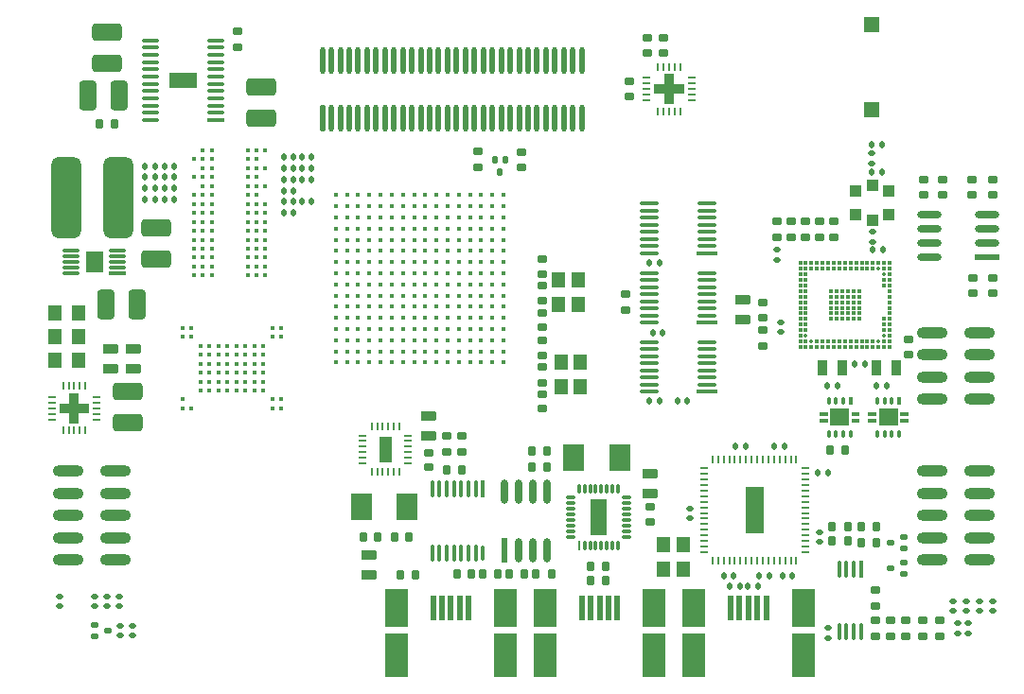
<source format=gtp>
%FSLAX44Y44*%
%MOMM*%
G71*
G01*
G75*
G04 Layer_Color=8421504*
%ADD10C,1.0000*%
G04:AMPARAMS|DCode=11|XSize=0.9mm|YSize=0.6mm|CornerRadius=0.15mm|HoleSize=0mm|Usage=FLASHONLY|Rotation=90.000|XOffset=0mm|YOffset=0mm|HoleType=Round|Shape=RoundedRectangle|*
%AMROUNDEDRECTD11*
21,1,0.9000,0.3000,0,0,90.0*
21,1,0.6000,0.6000,0,0,90.0*
1,1,0.3000,0.1500,0.3000*
1,1,0.3000,0.1500,-0.3000*
1,1,0.3000,-0.1500,-0.3000*
1,1,0.3000,-0.1500,0.3000*
%
%ADD11ROUNDEDRECTD11*%
G04:AMPARAMS|DCode=12|XSize=1.4mm|YSize=0.9mm|CornerRadius=0.225mm|HoleSize=0mm|Usage=FLASHONLY|Rotation=0.000|XOffset=0mm|YOffset=0mm|HoleType=Round|Shape=RoundedRectangle|*
%AMROUNDEDRECTD12*
21,1,1.4000,0.4500,0,0,0.0*
21,1,0.9500,0.9000,0,0,0.0*
1,1,0.4500,0.4750,-0.2250*
1,1,0.4500,-0.4750,-0.2250*
1,1,0.4500,-0.4750,0.2250*
1,1,0.4500,0.4750,0.2250*
%
%ADD12ROUNDEDRECTD12*%
%ADD13R,1.5700X1.8800*%
%ADD14O,1.6500X0.3000*%
%ADD15R,1.6500X0.3000*%
%ADD16R,0.5000X0.5000*%
%ADD17O,0.8000X0.2500*%
%ADD18O,0.2500X0.8000*%
%ADD19R,0.2500X0.8000*%
G04:AMPARAMS|DCode=20|XSize=0.9mm|YSize=0.6mm|CornerRadius=0.15mm|HoleSize=0mm|Usage=FLASHONLY|Rotation=0.000|XOffset=0mm|YOffset=0mm|HoleType=Round|Shape=RoundedRectangle|*
%AMROUNDEDRECTD20*
21,1,0.9000,0.3000,0,0,0.0*
21,1,0.6000,0.6000,0,0,0.0*
1,1,0.3000,0.3000,-0.1500*
1,1,0.3000,-0.3000,-0.1500*
1,1,0.3000,-0.3000,0.1500*
1,1,0.3000,0.3000,0.1500*
%
%ADD20ROUNDEDRECTD20*%
G04:AMPARAMS|DCode=21|XSize=1.4mm|YSize=0.9mm|CornerRadius=0.225mm|HoleSize=0mm|Usage=FLASHONLY|Rotation=90.000|XOffset=0mm|YOffset=0mm|HoleType=Round|Shape=RoundedRectangle|*
%AMROUNDEDRECTD21*
21,1,1.4000,0.4500,0,0,90.0*
21,1,0.9500,0.9000,0,0,90.0*
1,1,0.4500,0.2250,0.4750*
1,1,0.4500,0.2250,-0.4750*
1,1,0.4500,-0.2250,-0.4750*
1,1,0.4500,-0.2250,0.4750*
%
%ADD21ROUNDEDRECTD21*%
G04:AMPARAMS|DCode=22|XSize=0.6mm|YSize=0.45mm|CornerRadius=0.1125mm|HoleSize=0mm|Usage=FLASHONLY|Rotation=270.000|XOffset=0mm|YOffset=0mm|HoleType=Round|Shape=RoundedRectangle|*
%AMROUNDEDRECTD22*
21,1,0.6000,0.2250,0,0,270.0*
21,1,0.3750,0.4500,0,0,270.0*
1,1,0.2250,-0.1125,-0.1875*
1,1,0.2250,-0.1125,0.1875*
1,1,0.2250,0.1125,0.1875*
1,1,0.2250,0.1125,-0.1875*
%
%ADD22ROUNDEDRECTD22*%
G04:AMPARAMS|DCode=23|XSize=0.6mm|YSize=0.45mm|CornerRadius=0.1125mm|HoleSize=0mm|Usage=FLASHONLY|Rotation=180.000|XOffset=0mm|YOffset=0mm|HoleType=Round|Shape=RoundedRectangle|*
%AMROUNDEDRECTD23*
21,1,0.6000,0.2250,0,0,180.0*
21,1,0.3750,0.4500,0,0,180.0*
1,1,0.2250,-0.1875,0.1125*
1,1,0.2250,0.1875,0.1125*
1,1,0.2250,0.1875,-0.1125*
1,1,0.2250,-0.1875,-0.1125*
%
%ADD23ROUNDEDRECTD23*%
G04:AMPARAMS|DCode=24|XSize=2.7mm|YSize=1.6mm|CornerRadius=0.4mm|HoleSize=0mm|Usage=FLASHONLY|Rotation=180.000|XOffset=0mm|YOffset=0mm|HoleType=Round|Shape=RoundedRectangle|*
%AMROUNDEDRECTD24*
21,1,2.7000,0.8000,0,0,180.0*
21,1,1.9000,1.6000,0,0,180.0*
1,1,0.8000,-0.9500,0.4000*
1,1,0.8000,0.9500,0.4000*
1,1,0.8000,0.9500,-0.4000*
1,1,0.8000,-0.9500,-0.4000*
%
%ADD24ROUNDEDRECTD24*%
G04:AMPARAMS|DCode=25|XSize=1.4mm|YSize=1.2mm|CornerRadius=0.18mm|HoleSize=0mm|Usage=FLASHONLY|Rotation=90.000|XOffset=0mm|YOffset=0mm|HoleType=Round|Shape=RoundedRectangle|*
%AMROUNDEDRECTD25*
21,1,1.4000,0.8400,0,0,90.0*
21,1,1.0400,1.2000,0,0,90.0*
1,1,0.3600,0.4200,0.5200*
1,1,0.3600,0.4200,-0.5200*
1,1,0.3600,-0.4200,-0.5200*
1,1,0.3600,-0.4200,0.5200*
%
%ADD25ROUNDEDRECTD25*%
G04:AMPARAMS|DCode=26|XSize=0.9mm|YSize=0.7mm|CornerRadius=0.175mm|HoleSize=0mm|Usage=FLASHONLY|Rotation=180.000|XOffset=0mm|YOffset=0mm|HoleType=Round|Shape=RoundedRectangle|*
%AMROUNDEDRECTD26*
21,1,0.9000,0.3500,0,0,180.0*
21,1,0.5500,0.7000,0,0,180.0*
1,1,0.3500,-0.2750,0.1750*
1,1,0.3500,0.2750,0.1750*
1,1,0.3500,0.2750,-0.1750*
1,1,0.3500,-0.2750,-0.1750*
%
%ADD26ROUNDEDRECTD26*%
G04:AMPARAMS|DCode=27|XSize=0.9mm|YSize=0.7mm|CornerRadius=0.175mm|HoleSize=0mm|Usage=FLASHONLY|Rotation=90.000|XOffset=0mm|YOffset=0mm|HoleType=Round|Shape=RoundedRectangle|*
%AMROUNDEDRECTD27*
21,1,0.9000,0.3500,0,0,90.0*
21,1,0.5500,0.7000,0,0,90.0*
1,1,0.3500,0.1750,0.2750*
1,1,0.3500,0.1750,-0.2750*
1,1,0.3500,-0.1750,-0.2750*
1,1,0.3500,-0.1750,0.2750*
%
%ADD27ROUNDEDRECTD27*%
G04:AMPARAMS|DCode=28|XSize=0.5mm|YSize=0.66mm|CornerRadius=0.125mm|HoleSize=0mm|Usage=FLASHONLY|Rotation=270.000|XOffset=0mm|YOffset=0mm|HoleType=Round|Shape=RoundedRectangle|*
%AMROUNDEDRECTD28*
21,1,0.5000,0.4100,0,0,270.0*
21,1,0.2500,0.6600,0,0,270.0*
1,1,0.2500,-0.2050,-0.1250*
1,1,0.2500,-0.2050,0.1250*
1,1,0.2500,0.2050,0.1250*
1,1,0.2500,0.2050,-0.1250*
%
%ADD28ROUNDEDRECTD28*%
%ADD29R,1.4000X1.4000*%
%ADD30R,1.2000X1.4000*%
G04:AMPARAMS|DCode=31|XSize=2.65mm|YSize=7.3mm|CornerRadius=0.6625mm|HoleSize=0mm|Usage=FLASHONLY|Rotation=0.000|XOffset=0mm|YOffset=0mm|HoleType=Round|Shape=RoundedRectangle|*
%AMROUNDEDRECTD31*
21,1,2.6500,5.9750,0,0,0.0*
21,1,1.3250,7.3000,0,0,0.0*
1,1,1.3250,0.6625,-2.9875*
1,1,1.3250,-0.6625,-2.9875*
1,1,1.3250,-0.6625,2.9875*
1,1,1.3250,0.6625,2.9875*
%
%ADD31ROUNDEDRECTD31*%
G04:AMPARAMS|DCode=32|XSize=2.7mm|YSize=1.6mm|CornerRadius=0.4mm|HoleSize=0mm|Usage=FLASHONLY|Rotation=270.000|XOffset=0mm|YOffset=0mm|HoleType=Round|Shape=RoundedRectangle|*
%AMROUNDEDRECTD32*
21,1,2.7000,0.8000,0,0,270.0*
21,1,1.9000,1.6000,0,0,270.0*
1,1,0.8000,-0.4000,-0.9500*
1,1,0.8000,-0.4000,0.9500*
1,1,0.8000,0.4000,0.9500*
1,1,0.8000,0.4000,-0.9500*
%
%ADD32ROUNDEDRECTD32*%
%ADD33R,1.9000X2.4000*%
G04:AMPARAMS|DCode=34|XSize=0.5mm|YSize=0.66mm|CornerRadius=0.125mm|HoleSize=0mm|Usage=FLASHONLY|Rotation=0.000|XOffset=0mm|YOffset=0mm|HoleType=Round|Shape=RoundedRectangle|*
%AMROUNDEDRECTD34*
21,1,0.5000,0.4100,0,0,0.0*
21,1,0.2500,0.6600,0,0,0.0*
1,1,0.2500,0.1250,-0.2050*
1,1,0.2500,-0.1250,-0.2050*
1,1,0.2500,-0.1250,0.2050*
1,1,0.2500,0.1250,0.2050*
%
%ADD34ROUNDEDRECTD34*%
%ADD35R,1.0160X1.0160*%
%ADD36R,2.0000X3.5000*%
%ADD37R,0.5000X2.2500*%
%ADD38R,2.0000X4.0000*%
%ADD39O,0.5000X2.4000*%
G04:AMPARAMS|DCode=40|XSize=0.5mm|YSize=2.4mm|CornerRadius=0.125mm|HoleSize=0mm|Usage=FLASHONLY|Rotation=0.000|XOffset=0mm|YOffset=0mm|HoleType=Round|Shape=RoundedRectangle|*
%AMROUNDEDRECTD40*
21,1,0.5000,2.1500,0,0,0.0*
21,1,0.2500,2.4000,0,0,0.0*
1,1,0.2500,0.1250,-1.0750*
1,1,0.2500,-0.1250,-1.0750*
1,1,0.2500,-0.1250,1.0750*
1,1,0.2500,0.1250,1.0750*
%
%ADD40ROUNDEDRECTD40*%
%ADD41O,2.7500X1.0000*%
%ADD42O,2.2000X0.6000*%
%ADD43R,2.2000X0.6000*%
%ADD44R,0.3048X0.3048*%
G04:AMPARAMS|DCode=45|XSize=0.3048mm|YSize=0.3048mm|CornerRadius=0.0762mm|HoleSize=0mm|Usage=FLASHONLY|Rotation=270.000|XOffset=0mm|YOffset=0mm|HoleType=Round|Shape=RoundedRectangle|*
%AMROUNDEDRECTD45*
21,1,0.3048,0.1524,0,0,270.0*
21,1,0.1524,0.3048,0,0,270.0*
1,1,0.1524,-0.0762,-0.0762*
1,1,0.1524,-0.0762,0.0762*
1,1,0.1524,0.0762,0.0762*
1,1,0.1524,0.0762,-0.0762*
%
%ADD45ROUNDEDRECTD45*%
%ADD46R,0.3500X0.8000*%
%ADD47O,0.3500X0.8000*%
%ADD48R,1.7500X1.5000*%
%ADD49O,0.3000X1.6500*%
%ADD50R,0.3000X1.6500*%
%ADD51R,1.8500X0.3500*%
%ADD52O,1.8500X0.3500*%
%ADD53O,0.2500X0.7000*%
%ADD54R,0.7000X0.2500*%
%ADD55O,0.7000X0.2500*%
%ADD56R,0.2500X0.7000*%
%ADD57R,0.3500X1.5000*%
%ADD58O,0.3500X1.5600*%
%ADD59O,0.3500X1.5000*%
%ADD60O,0.6000X2.2000*%
%ADD61R,0.6000X2.2000*%
%ADD62O,0.2800X0.8500*%
%ADD63R,3.3000X3.3000*%
%ADD64O,0.8500X0.2800*%
%ADD65R,0.2800X0.8500*%
%ADD66R,2.5000X2.5000*%
%ADD67R,0.5000X0.5000*%
%ADD68O,1.6000X0.3500*%
%ADD69R,1.6000X0.3500*%
%ADD70C,0.4000*%
%ADD71C,0.4500*%
%ADD72C,0.1500*%
%ADD73C,0.3000*%
%ADD74C,0.1000*%
%ADD75C,0.8000*%
%ADD76C,0.2000*%
%ADD77C,0.4000*%
%ADD78C,0.2500*%
%ADD79C,0.6000*%
%ADD80C,0.5000*%
%ADD81C,0.2540*%
%ADD82C,0.1999*%
%ADD83C,1.5240*%
%ADD84C,1.4000*%
%ADD85O,3.0200X1.6200*%
%ADD86C,0.8000*%
%ADD87C,1.2000*%
%ADD88C,2.5000*%
%ADD89C,3.2500*%
%ADD90C,1.5000*%
%ADD91C,0.3500*%
%ADD92C,0.6000*%
%ADD93C,4.4000*%
%ADD94C,1.0160*%
%ADD95C,1.8000*%
%ADD96C,2.6000*%
%ADD97O,3.1000X1.7000*%
%ADD98C,1.3000*%
%ADD99C,1.7000*%
%ADD100C,3.7500*%
%ADD101C,0.6500*%
%ADD102C,0.8000*%
%ADD103C,0.0800*%
%ADD104C,0.0870*%
%ADD105C,0.0750*%
%ADD106C,0.4500*%
%ADD107C,2.2000*%
%ADD108O,2.8000X1.4000*%
%ADD109O,0.5000X3.3000*%
%ADD110R,0.5000X3.3000*%
%ADD111R,1.4000X0.9000*%
G04:AMPARAMS|DCode=112|XSize=1.3mm|YSize=2.2mm|CornerRadius=0.325mm|HoleSize=0mm|Usage=FLASHONLY|Rotation=180.000|XOffset=0mm|YOffset=0mm|HoleType=Round|Shape=RoundedRectangle|*
%AMROUNDEDRECTD112*
21,1,1.3000,1.5500,0,0,180.0*
21,1,0.6500,2.2000,0,0,180.0*
1,1,0.6500,-0.3250,0.7750*
1,1,0.6500,0.3250,0.7750*
1,1,0.6500,0.3250,-0.7750*
1,1,0.6500,-0.3250,-0.7750*
%
%ADD112ROUNDEDRECTD112*%
%ADD113R,0.9000X1.4000*%
%ADD114O,3.3000X0.5000*%
%ADD115R,3.3000X0.5000*%
G04:AMPARAMS|DCode=116|XSize=1.8mm|YSize=1.2mm|CornerRadius=0.3mm|HoleSize=0mm|Usage=FLASHONLY|Rotation=0.000|XOffset=0mm|YOffset=0mm|HoleType=Round|Shape=RoundedRectangle|*
%AMROUNDEDRECTD116*
21,1,1.8000,0.6000,0,0,0.0*
21,1,1.2000,1.2000,0,0,0.0*
1,1,0.6000,0.6000,-0.3000*
1,1,0.6000,-0.6000,-0.3000*
1,1,0.6000,-0.6000,0.3000*
1,1,0.6000,0.6000,0.3000*
%
%ADD116ROUNDEDRECTD116*%
%ADD117C,0.3000*%
%ADD118C,0.5000*%
G04:AMPARAMS|DCode=119|XSize=0.5mm|YSize=1.54mm|CornerRadius=0.125mm|HoleSize=0mm|Usage=FLASHONLY|Rotation=180.000|XOffset=0mm|YOffset=0mm|HoleType=Round|Shape=RoundedRectangle|*
%AMROUNDEDRECTD119*
21,1,0.5000,1.2900,0,0,180.0*
21,1,0.2500,1.5400,0,0,180.0*
1,1,0.2500,-0.1250,0.6450*
1,1,0.2500,0.1250,0.6450*
1,1,0.2500,0.1250,-0.6450*
1,1,0.2500,-0.1250,-0.6450*
%
%ADD119ROUNDEDRECTD119*%
G04:AMPARAMS|DCode=120|XSize=1.22mm|YSize=1.82mm|CornerRadius=0.305mm|HoleSize=0mm|Usage=FLASHONLY|Rotation=180.000|XOffset=0mm|YOffset=0mm|HoleType=Round|Shape=RoundedRectangle|*
%AMROUNDEDRECTD120*
21,1,1.2200,1.2100,0,0,180.0*
21,1,0.6100,1.8200,0,0,180.0*
1,1,0.6100,-0.3050,0.6050*
1,1,0.6100,0.3050,0.6050*
1,1,0.6100,0.3050,-0.6050*
1,1,0.6100,-0.3050,-0.6050*
%
%ADD120ROUNDEDRECTD120*%
G04:AMPARAMS|DCode=121|XSize=1.22mm|YSize=1.82mm|CornerRadius=0.305mm|HoleSize=0mm|Usage=FLASHONLY|Rotation=90.000|XOffset=0mm|YOffset=0mm|HoleType=Round|Shape=RoundedRectangle|*
%AMROUNDEDRECTD121*
21,1,1.2200,1.2100,0,0,90.0*
21,1,0.6100,1.8200,0,0,90.0*
1,1,0.6100,0.6050,0.3050*
1,1,0.6100,0.6050,-0.3050*
1,1,0.6100,-0.6050,-0.3050*
1,1,0.6100,-0.6050,0.3050*
%
%ADD121ROUNDEDRECTD121*%
%ADD122R,0.8000X0.3500*%
%ADD123O,0.8000X0.3500*%
%ADD124R,1.5000X1.7500*%
%ADD125R,0.4000X0.4000*%
G04:AMPARAMS|DCode=126|XSize=2mm|YSize=2.8mm|CornerRadius=0.5mm|HoleSize=0mm|Usage=FLASHONLY|Rotation=270.000|XOffset=0mm|YOffset=0mm|HoleType=Round|Shape=RoundedRectangle|*
%AMROUNDEDRECTD126*
21,1,2.0000,1.8000,0,0,270.0*
21,1,1.0000,2.8000,0,0,270.0*
1,1,1.0000,-0.9000,-0.5000*
1,1,1.0000,-0.9000,0.5000*
1,1,1.0000,0.9000,0.5000*
1,1,1.0000,0.9000,-0.5000*
%
%ADD126ROUNDEDRECTD126*%
%ADD127O,0.3000X1.2000*%
%ADD128O,1.2000X0.3000*%
%ADD129R,1.2000X0.3000*%
%ADD130C,0.1250*%
%ADD131C,0.2032*%
%ADD132C,0.1524*%
%ADD133C,0.1519*%
%ADD134R,1.3000X1.3000*%
%ADD135R,0.9000X0.9000*%
G36*
X721000Y233500D02*
X713750D01*
Y236500D01*
X721000D01*
Y233500D01*
D02*
G37*
G36*
X749750D02*
X742500D01*
Y236500D01*
X749750D01*
Y233500D01*
D02*
G37*
G36*
X764500Y233500D02*
X757250D01*
Y236500D01*
X764500D01*
Y233500D01*
D02*
G37*
G36*
X51250Y250000D02*
X60500D01*
Y242000D01*
X51250D01*
Y232500D01*
X42750D01*
Y242000D01*
X33750D01*
Y250000D01*
X42750D01*
Y259250D01*
X51250D01*
Y250000D01*
D02*
G37*
G36*
X523000Y132500D02*
X509250D01*
Y164500D01*
X523000D01*
Y132500D01*
D02*
G37*
G36*
X663500Y133750D02*
X647500D01*
Y175750D01*
X663500D01*
Y133750D01*
D02*
G37*
G36*
X331250Y197750D02*
X320000D01*
Y220750D01*
X331250D01*
Y197750D01*
D02*
G37*
G36*
X793250Y239500D02*
X786000D01*
Y242500D01*
X793250D01*
Y239500D01*
D02*
G37*
G36*
X583370Y535876D02*
X592370D01*
Y527876D01*
X583370D01*
Y518626D01*
X574870D01*
Y527876D01*
X565620D01*
Y535876D01*
X574870D01*
Y545376D01*
X583370D01*
Y535876D01*
D02*
G37*
G36*
X156500Y532750D02*
X132500D01*
Y546750D01*
X156500D01*
Y532750D01*
D02*
G37*
G36*
X764500Y239500D02*
X757250D01*
Y242500D01*
X764500D01*
Y239500D01*
D02*
G37*
G36*
X793250Y233500D02*
X786000D01*
Y236500D01*
X793250D01*
Y233500D01*
D02*
G37*
G36*
X721000Y239500D02*
X713750D01*
Y242500D01*
X721000D01*
Y239500D01*
D02*
G37*
G36*
X749750D02*
X742500D01*
Y242500D01*
X749750D01*
Y239500D01*
D02*
G37*
D11*
X508620Y91440D02*
D03*
Y104140D02*
D03*
X737000Y209000D02*
D03*
X723000D02*
D03*
X436000Y98000D02*
D03*
X450000D02*
D03*
X460000D02*
D03*
X474000D02*
D03*
X426000D02*
D03*
X412000D02*
D03*
X456000Y193000D02*
D03*
X470000D02*
D03*
X522620Y91440D02*
D03*
Y104140D02*
D03*
X739000Y127000D02*
D03*
X725000D02*
D03*
X751000Y140000D02*
D03*
X765000D02*
D03*
X725000D02*
D03*
X739000D02*
D03*
X751000Y126000D02*
D03*
X765000D02*
D03*
X456042Y207518D02*
D03*
X470042D02*
D03*
D12*
X562610Y169300D02*
D03*
Y187300D02*
D03*
X645000Y343500D02*
D03*
Y325500D02*
D03*
X100000Y299500D02*
D03*
Y281500D02*
D03*
X80000Y299500D02*
D03*
Y281500D02*
D03*
X311000Y96500D02*
D03*
Y114500D02*
D03*
X364000Y221500D02*
D03*
Y239500D02*
D03*
D13*
X65000Y377000D02*
D03*
D14*
X44500Y387000D02*
D03*
Y382000D02*
D03*
Y377000D02*
D03*
Y372000D02*
D03*
Y367000D02*
D03*
X85500Y387000D02*
D03*
Y382000D02*
D03*
Y377000D02*
D03*
Y372000D02*
D03*
D15*
Y367000D02*
D03*
D16*
X47000Y246000D02*
D03*
X579120Y531876D02*
D03*
D17*
X67000Y256000D02*
D03*
Y251000D02*
D03*
Y246000D02*
D03*
Y241000D02*
D03*
Y236000D02*
D03*
X27000D02*
D03*
Y241000D02*
D03*
Y246000D02*
D03*
Y251000D02*
D03*
Y256000D02*
D03*
X305250Y196750D02*
D03*
Y221750D02*
D03*
X345750D02*
D03*
Y216750D02*
D03*
Y211750D02*
D03*
Y206750D02*
D03*
Y201750D02*
D03*
Y196750D02*
D03*
X305250Y216750D02*
D03*
Y211750D02*
D03*
Y206750D02*
D03*
Y201750D02*
D03*
X599120Y521876D02*
D03*
Y526876D02*
D03*
Y531876D02*
D03*
Y536876D02*
D03*
Y541876D02*
D03*
X559120D02*
D03*
Y536876D02*
D03*
Y531876D02*
D03*
Y526876D02*
D03*
Y521876D02*
D03*
D18*
X57000Y226000D02*
D03*
X52000D02*
D03*
X47000D02*
D03*
X42000D02*
D03*
X37000D02*
D03*
Y266000D02*
D03*
X42000D02*
D03*
X47000D02*
D03*
X52000D02*
D03*
X313000Y229500D02*
D03*
X318000D02*
D03*
X323000D02*
D03*
X328000D02*
D03*
X333000D02*
D03*
X338000D02*
D03*
Y189000D02*
D03*
X333000D02*
D03*
X328000D02*
D03*
X323000D02*
D03*
X318000D02*
D03*
X574120Y511876D02*
D03*
X579120D02*
D03*
X584120D02*
D03*
X589120D02*
D03*
Y551876D02*
D03*
X584120D02*
D03*
X579120D02*
D03*
X574120D02*
D03*
X569120D02*
D03*
D19*
X57000Y266000D02*
D03*
X313000Y189000D02*
D03*
X569120Y511876D02*
D03*
D20*
X540000Y334000D02*
D03*
Y348000D02*
D03*
X663000Y327000D02*
D03*
Y341000D02*
D03*
X466000Y342000D02*
D03*
Y356000D02*
D03*
X408000Y462000D02*
D03*
Y476000D02*
D03*
X446786Y461630D02*
D03*
Y475630D02*
D03*
X193040Y583580D02*
D03*
Y569580D02*
D03*
X574000Y578000D02*
D03*
Y564000D02*
D03*
X560000D02*
D03*
Y578000D02*
D03*
X380000Y221000D02*
D03*
Y207000D02*
D03*
X394000Y221000D02*
D03*
Y207000D02*
D03*
X466000Y269000D02*
D03*
Y283000D02*
D03*
X662940Y316006D02*
D03*
Y302006D02*
D03*
X821000Y42000D02*
D03*
Y56000D02*
D03*
X764000Y42000D02*
D03*
Y56000D02*
D03*
X777000Y42000D02*
D03*
Y56000D02*
D03*
X791000Y42000D02*
D03*
Y56000D02*
D03*
X806000Y42000D02*
D03*
Y56000D02*
D03*
X764000Y69000D02*
D03*
Y83000D02*
D03*
X850000Y451000D02*
D03*
Y437000D02*
D03*
X869000Y451000D02*
D03*
Y437000D02*
D03*
X824000D02*
D03*
Y451000D02*
D03*
X807000Y437000D02*
D03*
Y451000D02*
D03*
X851000Y349000D02*
D03*
Y363000D02*
D03*
X869000Y349000D02*
D03*
Y363000D02*
D03*
X675640Y413400D02*
D03*
Y399400D02*
D03*
X688340Y413400D02*
D03*
Y399400D02*
D03*
X701040Y413400D02*
D03*
Y399400D02*
D03*
X713740Y413400D02*
D03*
Y399400D02*
D03*
X726440Y413400D02*
D03*
Y399400D02*
D03*
D21*
X716500Y282000D02*
D03*
X734500D02*
D03*
X782500D02*
D03*
X764500D02*
D03*
D22*
X720480Y266000D02*
D03*
X729520D02*
D03*
X136350Y453000D02*
D03*
X127650D02*
D03*
X243350Y441000D02*
D03*
X234650D02*
D03*
X136350Y433000D02*
D03*
X127650D02*
D03*
Y443000D02*
D03*
X136350D02*
D03*
X234650Y431000D02*
D03*
X243350D02*
D03*
X127650Y463000D02*
D03*
X136350D02*
D03*
X234650Y451000D02*
D03*
X243350D02*
D03*
Y471000D02*
D03*
X234650D02*
D03*
Y461000D02*
D03*
X243350D02*
D03*
Y421000D02*
D03*
X234650D02*
D03*
X649700Y86360D02*
D03*
X658400D02*
D03*
X633698D02*
D03*
X642398D02*
D03*
X259520Y471000D02*
D03*
X250480D02*
D03*
X259520Y461000D02*
D03*
X250480D02*
D03*
X259520Y451000D02*
D03*
X250480D02*
D03*
X259520Y431000D02*
D03*
X250480D02*
D03*
X110480Y463000D02*
D03*
X119520D02*
D03*
X110480Y453000D02*
D03*
X119520D02*
D03*
X110480Y443000D02*
D03*
X119520D02*
D03*
X110480Y433000D02*
D03*
X119520D02*
D03*
X561480Y253000D02*
D03*
X570520D02*
D03*
X668520Y96000D02*
D03*
X659480D02*
D03*
X636980Y96012D02*
D03*
X627940D02*
D03*
X721520Y188000D02*
D03*
X712480D02*
D03*
X638480Y212000D02*
D03*
X647520D02*
D03*
X682520D02*
D03*
X673480D02*
D03*
X689520Y96000D02*
D03*
X680480D02*
D03*
X564480Y314000D02*
D03*
X573520D02*
D03*
X561480Y376000D02*
D03*
X570520D02*
D03*
X764480Y266000D02*
D03*
X773520D02*
D03*
X754520Y286000D02*
D03*
X745480D02*
D03*
X769822Y482092D02*
D03*
X760782D02*
D03*
X761460Y387858D02*
D03*
X770160D02*
D03*
X769398Y457962D02*
D03*
X760698D02*
D03*
X586650Y253000D02*
D03*
X595350D02*
D03*
D23*
X87000Y77350D02*
D03*
Y68650D02*
D03*
X34000D02*
D03*
Y77350D02*
D03*
X65000D02*
D03*
Y68650D02*
D03*
X99000Y51350D02*
D03*
Y42650D02*
D03*
X76000Y77350D02*
D03*
Y68650D02*
D03*
X857000Y64650D02*
D03*
Y73350D02*
D03*
X869000D02*
D03*
Y64650D02*
D03*
X833000D02*
D03*
Y73350D02*
D03*
X845000Y64650D02*
D03*
Y73350D02*
D03*
X847000Y44650D02*
D03*
Y53350D02*
D03*
X88000Y42480D02*
D03*
Y51520D02*
D03*
X837000Y53520D02*
D03*
Y44480D02*
D03*
X714000Y126290D02*
D03*
Y135330D02*
D03*
X598000Y147480D02*
D03*
Y156520D02*
D03*
X721000Y40480D02*
D03*
Y49520D02*
D03*
X761238Y404062D02*
D03*
Y395022D02*
D03*
X760730Y465550D02*
D03*
Y474250D02*
D03*
X675640Y379190D02*
D03*
Y387890D02*
D03*
X678688Y323120D02*
D03*
Y314420D02*
D03*
D24*
X95000Y261000D02*
D03*
Y233000D02*
D03*
X120000Y408000D02*
D03*
Y380000D02*
D03*
X76200Y554960D02*
D03*
Y582960D02*
D03*
X214630Y533430D02*
D03*
Y505430D02*
D03*
D25*
X51000Y331000D02*
D03*
X30000D02*
D03*
Y310000D02*
D03*
X51000D02*
D03*
X30000Y289000D02*
D03*
X51000D02*
D03*
D26*
X793000Y307500D02*
D03*
Y294500D02*
D03*
X466000Y306500D02*
D03*
Y293500D02*
D03*
Y245500D02*
D03*
Y258500D02*
D03*
X543306Y538630D02*
D03*
Y525630D02*
D03*
X562610Y144630D02*
D03*
Y157630D02*
D03*
X364000Y206500D02*
D03*
Y193500D02*
D03*
X466000Y379500D02*
D03*
Y366500D02*
D03*
Y318500D02*
D03*
Y331500D02*
D03*
D27*
X393342Y190500D02*
D03*
X380342D02*
D03*
X338940Y96520D02*
D03*
X351940D02*
D03*
X333500Y131000D02*
D03*
X346500D02*
D03*
X318500D02*
D03*
X305500D02*
D03*
X69700Y500380D02*
D03*
X82700D02*
D03*
X389500Y98000D02*
D03*
X402500D02*
D03*
D28*
X777250Y126000D02*
D03*
X788750Y131000D02*
D03*
Y121000D02*
D03*
X76750Y47000D02*
D03*
X65250Y42000D02*
D03*
Y52000D02*
D03*
X777250Y103000D02*
D03*
X788750Y108000D02*
D03*
Y98000D02*
D03*
D29*
X760730Y589588D02*
D03*
Y513588D02*
D03*
D30*
X591500Y102000D02*
D03*
Y124000D02*
D03*
X574500Y102000D02*
D03*
Y124000D02*
D03*
X480500Y361000D02*
D03*
Y339000D02*
D03*
X497500Y361000D02*
D03*
Y339000D02*
D03*
X482500Y287000D02*
D03*
Y265000D02*
D03*
X499500Y287000D02*
D03*
Y265000D02*
D03*
D31*
X39500Y435000D02*
D03*
X86000D02*
D03*
D32*
X75000Y339000D02*
D03*
X103000D02*
D03*
X87660Y525780D02*
D03*
X59660D02*
D03*
D33*
X304000Y158000D02*
D03*
X345000D02*
D03*
X494000Y202000D02*
D03*
X535000D02*
D03*
D34*
X428000Y457250D02*
D03*
X423000Y468750D02*
D03*
X433000D02*
D03*
D35*
X760984Y414523D02*
D03*
Y445521D02*
D03*
X745983Y419521D02*
D03*
Y440522D02*
D03*
X775985Y419521D02*
D03*
Y440522D02*
D03*
D36*
X699000Y67500D02*
D03*
X601000D02*
D03*
X433000D02*
D03*
X335000D02*
D03*
X566000D02*
D03*
X468000D02*
D03*
D37*
X666000Y67250D02*
D03*
X658000D02*
D03*
X650000D02*
D03*
X642000D02*
D03*
X634000D02*
D03*
X400000D02*
D03*
X392000D02*
D03*
X384000D02*
D03*
X376000D02*
D03*
X368000D02*
D03*
X533000D02*
D03*
X525000D02*
D03*
X517000D02*
D03*
X509000D02*
D03*
X501000D02*
D03*
D38*
X601000Y25000D02*
D03*
X699000D02*
D03*
X335000D02*
D03*
X433000D02*
D03*
X468000D02*
D03*
X566000D02*
D03*
D39*
X469000Y557445D02*
D03*
X477000D02*
D03*
X485000D02*
D03*
X493000D02*
D03*
X501000D02*
D03*
X429000D02*
D03*
X437000D02*
D03*
X445000D02*
D03*
X453000D02*
D03*
X461000D02*
D03*
X469000Y505995D02*
D03*
X477000D02*
D03*
X485000D02*
D03*
X493000D02*
D03*
X501000D02*
D03*
X461000D02*
D03*
X453000D02*
D03*
X445000D02*
D03*
X437000D02*
D03*
X429000D02*
D03*
X421000D02*
D03*
X413000D02*
D03*
X405000D02*
D03*
X397000D02*
D03*
X389000D02*
D03*
X381000D02*
D03*
X373000D02*
D03*
X365000D02*
D03*
X357000D02*
D03*
X349000D02*
D03*
X341000D02*
D03*
X333000D02*
D03*
X325000D02*
D03*
X317000D02*
D03*
X309000D02*
D03*
X301000D02*
D03*
X293000D02*
D03*
X285000D02*
D03*
X277000D02*
D03*
X421000Y557445D02*
D03*
X413000D02*
D03*
X405000D02*
D03*
X397000D02*
D03*
X389000D02*
D03*
X381000D02*
D03*
X373000D02*
D03*
X365000D02*
D03*
X357000D02*
D03*
X349000D02*
D03*
X341000D02*
D03*
X333000D02*
D03*
X325000D02*
D03*
X317000D02*
D03*
X309000D02*
D03*
X301000D02*
D03*
X293000D02*
D03*
X285000D02*
D03*
X277000D02*
D03*
X269000D02*
D03*
D40*
Y505995D02*
D03*
D41*
X814750Y190000D02*
D03*
X857250D02*
D03*
X814750Y170000D02*
D03*
X857250D02*
D03*
X814750Y150000D02*
D03*
X857250D02*
D03*
X814750Y130000D02*
D03*
X857250D02*
D03*
X814750Y110000D02*
D03*
X857250D02*
D03*
X84250D02*
D03*
X41750D02*
D03*
X84250Y130000D02*
D03*
X41750D02*
D03*
X84250Y150000D02*
D03*
X41750D02*
D03*
X84250Y170000D02*
D03*
X41750D02*
D03*
X84250Y190000D02*
D03*
X41750D02*
D03*
X814750Y314000D02*
D03*
X857250D02*
D03*
X814750Y294000D02*
D03*
X857250D02*
D03*
X814750Y274000D02*
D03*
X857250D02*
D03*
X814750Y254000D02*
D03*
X857250D02*
D03*
D42*
X864000Y393650D02*
D03*
Y406350D02*
D03*
Y419050D02*
D03*
X812000Y380950D02*
D03*
Y393650D02*
D03*
Y406350D02*
D03*
Y419050D02*
D03*
D43*
X864000Y380950D02*
D03*
D44*
X731499Y376000D02*
D03*
X771502Y356000D02*
D03*
X726500Y306000D02*
D03*
X776500Y320999D02*
D03*
X756500Y306000D02*
D03*
Y300999D02*
D03*
X731499D02*
D03*
X776500Y306000D02*
D03*
X741502Y300999D02*
D03*
Y306000D02*
D03*
X761502Y376000D02*
D03*
X776500Y340999D02*
D03*
X701499Y330999D02*
D03*
X696500Y316000D02*
D03*
Y310999D02*
D03*
Y306000D02*
D03*
X701499D02*
D03*
X746500D02*
D03*
Y300999D02*
D03*
X751502Y306000D02*
D03*
Y300999D02*
D03*
X736500D02*
D03*
X761502Y306000D02*
D03*
X746500Y370999D02*
D03*
Y376000D02*
D03*
X766500Y300999D02*
D03*
X771502D02*
D03*
X729000Y340999D02*
D03*
X734001D02*
D03*
Y346000D02*
D03*
X729000D02*
D03*
Y330999D02*
D03*
X734001D02*
D03*
Y336000D02*
D03*
X729000D02*
D03*
X744001Y330999D02*
D03*
Y336000D02*
D03*
X739000Y330999D02*
D03*
Y336000D02*
D03*
X729000Y350999D02*
D03*
X739000D02*
D03*
X749000D02*
D03*
Y346000D02*
D03*
Y340999D02*
D03*
Y336000D02*
D03*
Y330999D02*
D03*
Y326000D02*
D03*
X744001D02*
D03*
X739000D02*
D03*
X734001D02*
D03*
X724001D02*
D03*
X729000D02*
D03*
X724001Y330999D02*
D03*
X744001Y346000D02*
D03*
Y350999D02*
D03*
X734001D02*
D03*
X724001Y336000D02*
D03*
Y340999D02*
D03*
Y346000D02*
D03*
Y350999D02*
D03*
X726500Y300999D02*
D03*
X701499Y376000D02*
D03*
X711499D02*
D03*
X721499D02*
D03*
X756500D02*
D03*
X696500Y370999D02*
D03*
Y320999D02*
D03*
X766500Y376000D02*
D03*
X776500Y346000D02*
D03*
Y300999D02*
D03*
X744001Y340999D02*
D03*
X739000D02*
D03*
Y346000D02*
D03*
X736500Y376000D02*
D03*
X741502D02*
D03*
X736500Y370999D02*
D03*
X751502Y376000D02*
D03*
X726500D02*
D03*
X771502Y306000D02*
D03*
X696500Y376000D02*
D03*
X776500Y336000D02*
D03*
X771502Y370999D02*
D03*
Y360999D02*
D03*
X776500Y326000D02*
D03*
Y316000D02*
D03*
Y310999D02*
D03*
X761502Y300999D02*
D03*
X776500Y330999D02*
D03*
X696500Y300999D02*
D03*
X701499D02*
D03*
X736500Y306000D02*
D03*
X731499D02*
D03*
X706500Y376000D02*
D03*
X716500D02*
D03*
X741502Y370999D02*
D03*
X751502D02*
D03*
X756500D02*
D03*
X761502D02*
D03*
X701499D02*
D03*
X706500D02*
D03*
X711499D02*
D03*
X716500D02*
D03*
X721499D02*
D03*
X726500D02*
D03*
X731499D02*
D03*
X776500D02*
D03*
X696500Y366000D02*
D03*
X701499D02*
D03*
X776500D02*
D03*
X696500Y360999D02*
D03*
X701499D02*
D03*
X776500D02*
D03*
X696500Y356000D02*
D03*
X701499D02*
D03*
X776500D02*
D03*
X696500Y350999D02*
D03*
X701499D02*
D03*
X696500Y346000D02*
D03*
X701499D02*
D03*
X696500Y340999D02*
D03*
X701499D02*
D03*
X696500Y336000D02*
D03*
X701499D02*
D03*
X696500Y330999D02*
D03*
X771502Y326000D02*
D03*
X696500D02*
D03*
X701499D02*
D03*
X771502Y320999D02*
D03*
X701499D02*
D03*
X771502Y316000D02*
D03*
X701499D02*
D03*
X711499Y306000D02*
D03*
X716500D02*
D03*
X721499D02*
D03*
X706500Y300999D02*
D03*
X711499D02*
D03*
X716500D02*
D03*
X721499D02*
D03*
X771502Y376000D02*
D03*
X776500D02*
D03*
Y350999D02*
D03*
D45*
X771502Y366000D02*
D03*
X766500Y370999D02*
D03*
X771502Y310999D02*
D03*
X701499D02*
D03*
X766500Y306000D02*
D03*
X706500D02*
D03*
D46*
X785000Y253000D02*
D03*
X741500Y253000D02*
D03*
D47*
X778500Y253000D02*
D03*
X772000D02*
D03*
X765500D02*
D03*
Y223000D02*
D03*
X772000D02*
D03*
X778500D02*
D03*
X785000D02*
D03*
X741500Y223000D02*
D03*
X735000D02*
D03*
X728500D02*
D03*
X722000D02*
D03*
Y253000D02*
D03*
X728500D02*
D03*
X735000D02*
D03*
D48*
X775250Y238000D02*
D03*
X731750Y238000D02*
D03*
D49*
X731250Y46250D02*
D03*
X737750D02*
D03*
X744250D02*
D03*
X750750D02*
D03*
X731250Y101750D02*
D03*
X737750D02*
D03*
X744250D02*
D03*
D50*
X750750D02*
D03*
D51*
X613000Y384775D02*
D03*
X613000Y322775D02*
D03*
Y260775D02*
D03*
D52*
X613000Y391125D02*
D03*
Y397475D02*
D03*
Y403825D02*
D03*
Y410175D02*
D03*
Y416525D02*
D03*
Y422875D02*
D03*
Y429225D02*
D03*
X561000Y384775D02*
D03*
Y391125D02*
D03*
Y397475D02*
D03*
Y403825D02*
D03*
Y410175D02*
D03*
Y416525D02*
D03*
Y422875D02*
D03*
Y429225D02*
D03*
X561000Y367225D02*
D03*
Y360875D02*
D03*
Y354525D02*
D03*
Y348175D02*
D03*
Y341825D02*
D03*
Y335475D02*
D03*
Y329125D02*
D03*
Y322775D02*
D03*
X613000Y367225D02*
D03*
Y360875D02*
D03*
Y354525D02*
D03*
Y348175D02*
D03*
Y341825D02*
D03*
Y335475D02*
D03*
Y329125D02*
D03*
Y267125D02*
D03*
Y273475D02*
D03*
Y279825D02*
D03*
Y286175D02*
D03*
Y292525D02*
D03*
Y298875D02*
D03*
Y305225D02*
D03*
X561000Y260775D02*
D03*
Y267125D02*
D03*
Y273475D02*
D03*
Y279825D02*
D03*
Y286175D02*
D03*
Y292525D02*
D03*
Y298875D02*
D03*
Y305225D02*
D03*
D53*
X648000Y109500D02*
D03*
X653000D02*
D03*
X618000Y200000D02*
D03*
X623000D02*
D03*
X628000D02*
D03*
X633000D02*
D03*
X638000D02*
D03*
X643000D02*
D03*
X648000D02*
D03*
X653000D02*
D03*
X658000D02*
D03*
X663000D02*
D03*
X668000D02*
D03*
X673000D02*
D03*
X678000D02*
D03*
X683000D02*
D03*
X688000D02*
D03*
X693000D02*
D03*
Y109500D02*
D03*
X688000D02*
D03*
X683000D02*
D03*
X678000D02*
D03*
X673000D02*
D03*
X668000D02*
D03*
X663000D02*
D03*
X658000D02*
D03*
X643000D02*
D03*
X638000D02*
D03*
X633000D02*
D03*
X628000D02*
D03*
X623000D02*
D03*
D54*
X655500Y154750D02*
D03*
D55*
X610250Y117250D02*
D03*
Y122250D02*
D03*
Y127250D02*
D03*
Y132250D02*
D03*
Y137250D02*
D03*
Y142250D02*
D03*
Y147250D02*
D03*
Y152250D02*
D03*
Y157250D02*
D03*
Y162250D02*
D03*
Y167250D02*
D03*
Y172250D02*
D03*
Y177250D02*
D03*
Y182250D02*
D03*
Y187250D02*
D03*
Y192250D02*
D03*
X700750D02*
D03*
Y187250D02*
D03*
Y182250D02*
D03*
Y177250D02*
D03*
Y172250D02*
D03*
Y167250D02*
D03*
Y162250D02*
D03*
Y157250D02*
D03*
Y152250D02*
D03*
Y147250D02*
D03*
Y142250D02*
D03*
Y137250D02*
D03*
Y132250D02*
D03*
Y127250D02*
D03*
Y122250D02*
D03*
Y117250D02*
D03*
D56*
X618000Y109500D02*
D03*
D57*
X412750Y174000D02*
D03*
D58*
X406250D02*
D03*
X399750D02*
D03*
X393250D02*
D03*
X386750D02*
D03*
X380250D02*
D03*
X373750D02*
D03*
X367250D02*
D03*
X406250Y116000D02*
D03*
X399750D02*
D03*
X393250D02*
D03*
X386750D02*
D03*
X380250D02*
D03*
X373750D02*
D03*
X367250D02*
D03*
D59*
X412750D02*
D03*
D60*
X444650Y119000D02*
D03*
X457350D02*
D03*
X470050D02*
D03*
X431950Y171000D02*
D03*
X444650D02*
D03*
X457350D02*
D03*
X470050D02*
D03*
D61*
X431950Y119000D02*
D03*
D62*
X528500Y123500D02*
D03*
X533500D02*
D03*
X498500Y173500D02*
D03*
X503500D02*
D03*
X508500D02*
D03*
X513500D02*
D03*
X518500D02*
D03*
X523500D02*
D03*
X528500D02*
D03*
X533500D02*
D03*
X523500Y123500D02*
D03*
X518500D02*
D03*
X513500D02*
D03*
X508500D02*
D03*
X503500D02*
D03*
D64*
X491000Y131000D02*
D03*
Y136000D02*
D03*
Y141000D02*
D03*
Y146000D02*
D03*
Y151000D02*
D03*
Y156000D02*
D03*
Y161000D02*
D03*
Y166000D02*
D03*
X541000D02*
D03*
Y161000D02*
D03*
Y156000D02*
D03*
Y151000D02*
D03*
Y146000D02*
D03*
Y141000D02*
D03*
Y136000D02*
D03*
Y131000D02*
D03*
D65*
X498500Y123500D02*
D03*
D67*
X144500Y539750D02*
D03*
D68*
X115000Y575500D02*
D03*
Y569000D02*
D03*
Y562500D02*
D03*
Y556000D02*
D03*
Y549500D02*
D03*
Y543000D02*
D03*
Y536500D02*
D03*
Y530000D02*
D03*
Y523500D02*
D03*
Y517000D02*
D03*
Y510500D02*
D03*
Y504000D02*
D03*
X174000Y575500D02*
D03*
Y569000D02*
D03*
Y562500D02*
D03*
Y556000D02*
D03*
Y549500D02*
D03*
Y543000D02*
D03*
Y536500D02*
D03*
Y530000D02*
D03*
Y523500D02*
D03*
Y517000D02*
D03*
Y510500D02*
D03*
D69*
Y504000D02*
D03*
D70*
X144000Y246000D02*
D03*
Y254000D02*
D03*
Y310000D02*
D03*
Y318000D02*
D03*
X152000Y246000D02*
D03*
Y310000D02*
D03*
Y318000D02*
D03*
X160000Y262000D02*
D03*
Y270000D02*
D03*
Y278000D02*
D03*
Y286000D02*
D03*
Y294000D02*
D03*
Y302000D02*
D03*
X168000Y262000D02*
D03*
Y270000D02*
D03*
Y278000D02*
D03*
Y286000D02*
D03*
Y294000D02*
D03*
Y302000D02*
D03*
X176000Y262000D02*
D03*
Y270000D02*
D03*
Y278000D02*
D03*
Y286000D02*
D03*
Y294000D02*
D03*
Y302000D02*
D03*
X184000Y262000D02*
D03*
Y270000D02*
D03*
Y278000D02*
D03*
Y286000D02*
D03*
Y294000D02*
D03*
Y302000D02*
D03*
X192000Y262000D02*
D03*
Y270000D02*
D03*
Y278000D02*
D03*
Y286000D02*
D03*
Y294000D02*
D03*
Y302000D02*
D03*
X200000Y262000D02*
D03*
Y270000D02*
D03*
Y278000D02*
D03*
Y286000D02*
D03*
Y294000D02*
D03*
Y302000D02*
D03*
X208000Y262000D02*
D03*
Y270000D02*
D03*
Y278000D02*
D03*
Y286000D02*
D03*
Y294000D02*
D03*
Y302000D02*
D03*
X216000Y262000D02*
D03*
Y270000D02*
D03*
Y278000D02*
D03*
Y286000D02*
D03*
Y294000D02*
D03*
Y302000D02*
D03*
X224000Y246000D02*
D03*
Y254000D02*
D03*
Y310000D02*
D03*
Y318000D02*
D03*
X232000Y246000D02*
D03*
Y254000D02*
D03*
Y310000D02*
D03*
Y318000D02*
D03*
X162000Y477000D02*
D03*
X170000D02*
D03*
X202000D02*
D03*
X210000D02*
D03*
X218000D02*
D03*
X154000Y469000D02*
D03*
X162000D02*
D03*
X170000D02*
D03*
X202000D02*
D03*
X210000D02*
D03*
X162000Y461000D02*
D03*
X170000D02*
D03*
X202000D02*
D03*
X210000D02*
D03*
X218000D02*
D03*
X154000Y453000D02*
D03*
X162000D02*
D03*
X170000D02*
D03*
X202000D02*
D03*
X210000D02*
D03*
X162000Y445000D02*
D03*
X170000D02*
D03*
X202000D02*
D03*
X210000D02*
D03*
X218000D02*
D03*
X154000Y437000D02*
D03*
X162000D02*
D03*
X170000D02*
D03*
X202000D02*
D03*
X210000D02*
D03*
X154000Y429000D02*
D03*
X162000D02*
D03*
X170000D02*
D03*
X202000D02*
D03*
X210000D02*
D03*
X218000D02*
D03*
X154000Y421000D02*
D03*
X162000D02*
D03*
X170000D02*
D03*
X202000D02*
D03*
X210000D02*
D03*
X218000D02*
D03*
X154000Y413000D02*
D03*
X162000D02*
D03*
X170000D02*
D03*
X202000D02*
D03*
X210000D02*
D03*
X218000D02*
D03*
X154000Y405000D02*
D03*
X162000D02*
D03*
X170000D02*
D03*
X202000D02*
D03*
X210000D02*
D03*
X218000D02*
D03*
X154000Y397000D02*
D03*
X162000D02*
D03*
X170000D02*
D03*
X202000D02*
D03*
X210000D02*
D03*
X218000D02*
D03*
X154000Y389000D02*
D03*
X162000D02*
D03*
X170000D02*
D03*
X202000D02*
D03*
X210000D02*
D03*
X218000D02*
D03*
X154000Y381000D02*
D03*
X162000D02*
D03*
X170000D02*
D03*
X202000D02*
D03*
X210000D02*
D03*
X218000D02*
D03*
X154000Y373000D02*
D03*
X162000D02*
D03*
X170000D02*
D03*
X202000D02*
D03*
X210000D02*
D03*
X218000D02*
D03*
X154000Y365000D02*
D03*
X162000D02*
D03*
X170000D02*
D03*
X202000D02*
D03*
X210000D02*
D03*
X218000D02*
D03*
D71*
X431000Y437000D02*
D03*
Y427000D02*
D03*
Y417000D02*
D03*
Y407000D02*
D03*
Y397000D02*
D03*
Y387000D02*
D03*
Y377000D02*
D03*
Y367000D02*
D03*
Y357000D02*
D03*
Y347000D02*
D03*
Y337000D02*
D03*
Y327000D02*
D03*
Y317000D02*
D03*
Y307000D02*
D03*
Y297000D02*
D03*
Y287000D02*
D03*
X421000Y437000D02*
D03*
Y427000D02*
D03*
Y417000D02*
D03*
Y407000D02*
D03*
Y397000D02*
D03*
Y387000D02*
D03*
Y377000D02*
D03*
Y367000D02*
D03*
Y357000D02*
D03*
Y347000D02*
D03*
Y337000D02*
D03*
Y327000D02*
D03*
Y317000D02*
D03*
Y307000D02*
D03*
Y297000D02*
D03*
Y287000D02*
D03*
X411000Y437000D02*
D03*
Y427000D02*
D03*
Y417000D02*
D03*
Y407000D02*
D03*
Y397000D02*
D03*
Y387000D02*
D03*
Y377000D02*
D03*
Y367000D02*
D03*
Y357000D02*
D03*
Y347000D02*
D03*
Y337000D02*
D03*
Y327000D02*
D03*
Y317000D02*
D03*
Y307000D02*
D03*
Y297000D02*
D03*
Y287000D02*
D03*
X401000Y437000D02*
D03*
Y427000D02*
D03*
Y417000D02*
D03*
Y407000D02*
D03*
Y397000D02*
D03*
Y387000D02*
D03*
Y377000D02*
D03*
Y367000D02*
D03*
Y357000D02*
D03*
Y347000D02*
D03*
Y337000D02*
D03*
Y327000D02*
D03*
Y317000D02*
D03*
Y307000D02*
D03*
Y297000D02*
D03*
Y287000D02*
D03*
X391000Y437000D02*
D03*
Y427000D02*
D03*
Y417000D02*
D03*
Y407000D02*
D03*
Y397000D02*
D03*
Y387000D02*
D03*
Y377000D02*
D03*
Y367000D02*
D03*
Y357000D02*
D03*
Y347000D02*
D03*
Y337000D02*
D03*
Y327000D02*
D03*
Y317000D02*
D03*
Y307000D02*
D03*
Y297000D02*
D03*
Y287000D02*
D03*
X381000Y437000D02*
D03*
Y427000D02*
D03*
Y417000D02*
D03*
Y407000D02*
D03*
Y397000D02*
D03*
Y387000D02*
D03*
Y377000D02*
D03*
Y367000D02*
D03*
Y357000D02*
D03*
Y347000D02*
D03*
Y337000D02*
D03*
Y327000D02*
D03*
Y317000D02*
D03*
Y307000D02*
D03*
Y297000D02*
D03*
Y287000D02*
D03*
X371000Y437000D02*
D03*
Y427000D02*
D03*
Y417000D02*
D03*
Y407000D02*
D03*
Y397000D02*
D03*
Y387000D02*
D03*
Y377000D02*
D03*
Y367000D02*
D03*
Y357000D02*
D03*
Y347000D02*
D03*
Y337000D02*
D03*
Y327000D02*
D03*
Y317000D02*
D03*
Y307000D02*
D03*
Y297000D02*
D03*
Y287000D02*
D03*
X361000Y437000D02*
D03*
Y427000D02*
D03*
Y417000D02*
D03*
Y407000D02*
D03*
Y397000D02*
D03*
Y387000D02*
D03*
Y377000D02*
D03*
Y367000D02*
D03*
Y357000D02*
D03*
Y347000D02*
D03*
Y337000D02*
D03*
Y327000D02*
D03*
Y317000D02*
D03*
Y307000D02*
D03*
Y297000D02*
D03*
Y287000D02*
D03*
X351000Y437000D02*
D03*
Y427000D02*
D03*
Y417000D02*
D03*
Y407000D02*
D03*
Y397000D02*
D03*
Y387000D02*
D03*
Y377000D02*
D03*
Y367000D02*
D03*
Y357000D02*
D03*
Y347000D02*
D03*
Y337000D02*
D03*
Y327000D02*
D03*
Y317000D02*
D03*
Y307000D02*
D03*
Y297000D02*
D03*
Y287000D02*
D03*
X341000Y437000D02*
D03*
Y427000D02*
D03*
Y417000D02*
D03*
Y407000D02*
D03*
Y397000D02*
D03*
Y387000D02*
D03*
Y377000D02*
D03*
Y367000D02*
D03*
Y357000D02*
D03*
Y347000D02*
D03*
Y337000D02*
D03*
Y327000D02*
D03*
Y317000D02*
D03*
Y307000D02*
D03*
Y297000D02*
D03*
Y287000D02*
D03*
X331000Y437000D02*
D03*
Y427000D02*
D03*
Y417000D02*
D03*
Y407000D02*
D03*
Y397000D02*
D03*
Y387000D02*
D03*
Y377000D02*
D03*
Y367000D02*
D03*
Y357000D02*
D03*
Y347000D02*
D03*
Y337000D02*
D03*
Y327000D02*
D03*
Y317000D02*
D03*
Y307000D02*
D03*
Y297000D02*
D03*
Y287000D02*
D03*
X321000Y437000D02*
D03*
Y427000D02*
D03*
Y417000D02*
D03*
Y407000D02*
D03*
Y397000D02*
D03*
Y387000D02*
D03*
Y377000D02*
D03*
Y367000D02*
D03*
Y357000D02*
D03*
Y347000D02*
D03*
Y337000D02*
D03*
Y327000D02*
D03*
Y317000D02*
D03*
Y307000D02*
D03*
Y297000D02*
D03*
Y287000D02*
D03*
X311000Y437000D02*
D03*
Y427000D02*
D03*
Y417000D02*
D03*
Y407000D02*
D03*
Y397000D02*
D03*
Y387000D02*
D03*
Y377000D02*
D03*
Y367000D02*
D03*
Y357000D02*
D03*
Y347000D02*
D03*
Y337000D02*
D03*
Y327000D02*
D03*
Y317000D02*
D03*
Y307000D02*
D03*
Y297000D02*
D03*
Y287000D02*
D03*
X301000Y437000D02*
D03*
Y427000D02*
D03*
Y417000D02*
D03*
Y407000D02*
D03*
Y397000D02*
D03*
Y387000D02*
D03*
Y377000D02*
D03*
Y367000D02*
D03*
Y357000D02*
D03*
Y347000D02*
D03*
Y337000D02*
D03*
Y327000D02*
D03*
Y317000D02*
D03*
Y307000D02*
D03*
Y297000D02*
D03*
Y287000D02*
D03*
X291000Y437000D02*
D03*
Y427000D02*
D03*
Y417000D02*
D03*
Y407000D02*
D03*
Y397000D02*
D03*
Y387000D02*
D03*
Y377000D02*
D03*
Y367000D02*
D03*
Y357000D02*
D03*
Y347000D02*
D03*
Y337000D02*
D03*
Y327000D02*
D03*
Y317000D02*
D03*
Y307000D02*
D03*
Y297000D02*
D03*
Y287000D02*
D03*
X281000Y437000D02*
D03*
Y427000D02*
D03*
Y417000D02*
D03*
Y407000D02*
D03*
Y397000D02*
D03*
Y387000D02*
D03*
Y377000D02*
D03*
Y367000D02*
D03*
Y357000D02*
D03*
Y347000D02*
D03*
Y337000D02*
D03*
Y327000D02*
D03*
Y317000D02*
D03*
Y307000D02*
D03*
Y297000D02*
D03*
Y287000D02*
D03*
D134*
X516000Y148500D02*
D03*
D135*
X325500Y209250D02*
D03*
M02*

</source>
